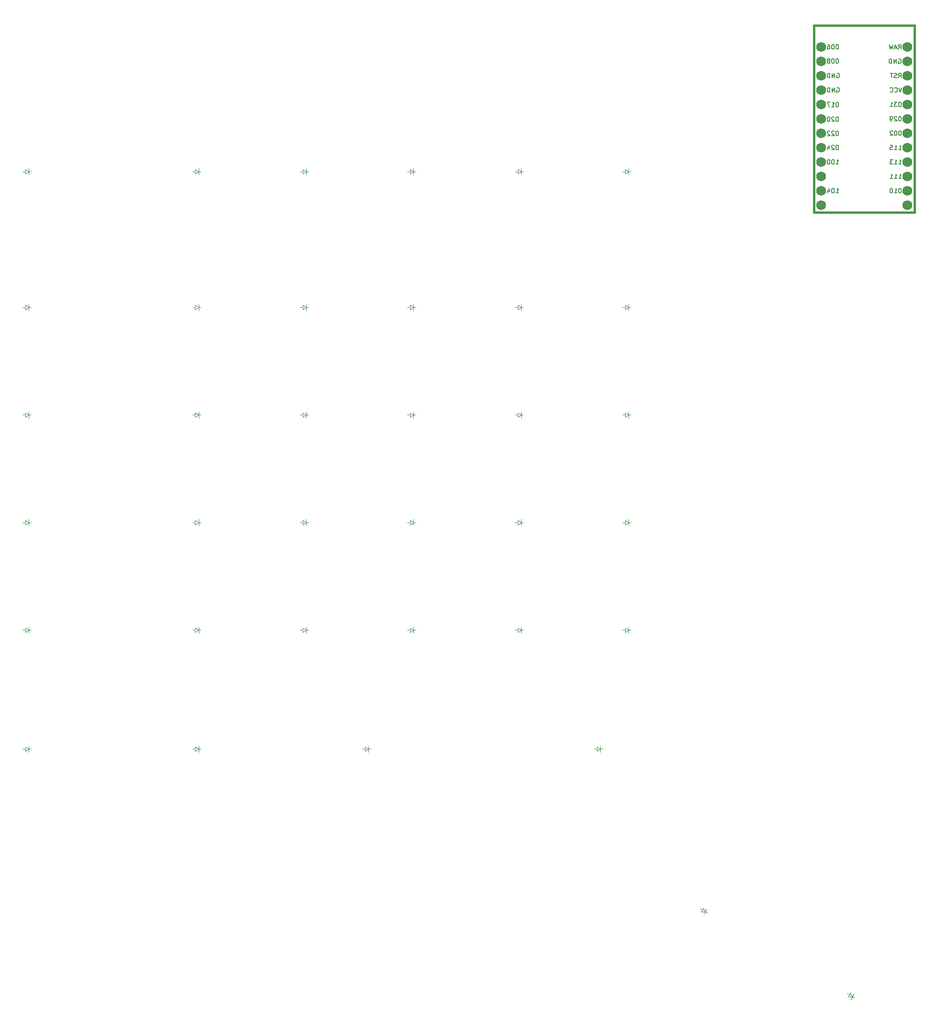
<source format=gbr>
%TF.GenerationSoftware,KiCad,Pcbnew,8.0.5*%
%TF.CreationDate,2024-10-12T19:47:22+02:00*%
%TF.ProjectId,finishedleftpcb,66696e69-7368-4656-946c-656674706362,v1.0.0*%
%TF.SameCoordinates,Original*%
%TF.FileFunction,Legend,Bot*%
%TF.FilePolarity,Positive*%
%FSLAX46Y46*%
G04 Gerber Fmt 4.6, Leading zero omitted, Abs format (unit mm)*
G04 Created by KiCad (PCBNEW 8.0.5) date 2024-10-12 19:47:22*
%MOMM*%
%LPD*%
G01*
G04 APERTURE LIST*
%ADD10C,0.150000*%
%ADD11C,0.100000*%
%ADD12C,0.381000*%
%ADD13C,1.752600*%
G04 APERTURE END LIST*
D10*
X228798791Y-61749763D02*
X228722601Y-61749763D01*
X228722601Y-61749763D02*
X228646410Y-61787858D01*
X228646410Y-61787858D02*
X228608315Y-61825953D01*
X228608315Y-61825953D02*
X228570220Y-61902144D01*
X228570220Y-61902144D02*
X228532125Y-62054525D01*
X228532125Y-62054525D02*
X228532125Y-62245001D01*
X228532125Y-62245001D02*
X228570220Y-62397382D01*
X228570220Y-62397382D02*
X228608315Y-62473572D01*
X228608315Y-62473572D02*
X228646410Y-62511668D01*
X228646410Y-62511668D02*
X228722601Y-62549763D01*
X228722601Y-62549763D02*
X228798791Y-62549763D01*
X228798791Y-62549763D02*
X228874982Y-62511668D01*
X228874982Y-62511668D02*
X228913077Y-62473572D01*
X228913077Y-62473572D02*
X228951172Y-62397382D01*
X228951172Y-62397382D02*
X228989268Y-62245001D01*
X228989268Y-62245001D02*
X228989268Y-62054525D01*
X228989268Y-62054525D02*
X228951172Y-61902144D01*
X228951172Y-61902144D02*
X228913077Y-61825953D01*
X228913077Y-61825953D02*
X228874982Y-61787858D01*
X228874982Y-61787858D02*
X228798791Y-61749763D01*
X228227363Y-61825953D02*
X228189267Y-61787858D01*
X228189267Y-61787858D02*
X228113077Y-61749763D01*
X228113077Y-61749763D02*
X227922601Y-61749763D01*
X227922601Y-61749763D02*
X227846410Y-61787858D01*
X227846410Y-61787858D02*
X227808315Y-61825953D01*
X227808315Y-61825953D02*
X227770220Y-61902144D01*
X227770220Y-61902144D02*
X227770220Y-61978334D01*
X227770220Y-61978334D02*
X227808315Y-62092620D01*
X227808315Y-62092620D02*
X228265458Y-62549763D01*
X228265458Y-62549763D02*
X227770220Y-62549763D01*
X227389267Y-62549763D02*
X227236886Y-62549763D01*
X227236886Y-62549763D02*
X227160696Y-62511668D01*
X227160696Y-62511668D02*
X227122600Y-62473572D01*
X227122600Y-62473572D02*
X227046410Y-62359287D01*
X227046410Y-62359287D02*
X227008315Y-62206906D01*
X227008315Y-62206906D02*
X227008315Y-61902144D01*
X227008315Y-61902144D02*
X227046410Y-61825953D01*
X227046410Y-61825953D02*
X227084505Y-61787858D01*
X227084505Y-61787858D02*
X227160696Y-61749763D01*
X227160696Y-61749763D02*
X227313077Y-61749763D01*
X227313077Y-61749763D02*
X227389267Y-61787858D01*
X227389267Y-61787858D02*
X227427362Y-61825953D01*
X227427362Y-61825953D02*
X227465458Y-61902144D01*
X227465458Y-61902144D02*
X227465458Y-62092620D01*
X227465458Y-62092620D02*
X227427362Y-62168810D01*
X227427362Y-62168810D02*
X227389267Y-62206906D01*
X227389267Y-62206906D02*
X227313077Y-62245001D01*
X227313077Y-62245001D02*
X227160696Y-62245001D01*
X227160696Y-62245001D02*
X227084505Y-62206906D01*
X227084505Y-62206906D02*
X227046410Y-62168810D01*
X227046410Y-62168810D02*
X227008315Y-62092620D01*
X228798791Y-59209763D02*
X228722601Y-59209763D01*
X228722601Y-59209763D02*
X228646410Y-59247858D01*
X228646410Y-59247858D02*
X228608315Y-59285953D01*
X228608315Y-59285953D02*
X228570220Y-59362144D01*
X228570220Y-59362144D02*
X228532125Y-59514525D01*
X228532125Y-59514525D02*
X228532125Y-59705001D01*
X228532125Y-59705001D02*
X228570220Y-59857382D01*
X228570220Y-59857382D02*
X228608315Y-59933572D01*
X228608315Y-59933572D02*
X228646410Y-59971668D01*
X228646410Y-59971668D02*
X228722601Y-60009763D01*
X228722601Y-60009763D02*
X228798791Y-60009763D01*
X228798791Y-60009763D02*
X228874982Y-59971668D01*
X228874982Y-59971668D02*
X228913077Y-59933572D01*
X228913077Y-59933572D02*
X228951172Y-59857382D01*
X228951172Y-59857382D02*
X228989268Y-59705001D01*
X228989268Y-59705001D02*
X228989268Y-59514525D01*
X228989268Y-59514525D02*
X228951172Y-59362144D01*
X228951172Y-59362144D02*
X228913077Y-59285953D01*
X228913077Y-59285953D02*
X228874982Y-59247858D01*
X228874982Y-59247858D02*
X228798791Y-59209763D01*
X228265458Y-59209763D02*
X227770220Y-59209763D01*
X227770220Y-59209763D02*
X228036886Y-59514525D01*
X228036886Y-59514525D02*
X227922601Y-59514525D01*
X227922601Y-59514525D02*
X227846410Y-59552620D01*
X227846410Y-59552620D02*
X227808315Y-59590715D01*
X227808315Y-59590715D02*
X227770220Y-59666906D01*
X227770220Y-59666906D02*
X227770220Y-59857382D01*
X227770220Y-59857382D02*
X227808315Y-59933572D01*
X227808315Y-59933572D02*
X227846410Y-59971668D01*
X227846410Y-59971668D02*
X227922601Y-60009763D01*
X227922601Y-60009763D02*
X228151172Y-60009763D01*
X228151172Y-60009763D02*
X228227363Y-59971668D01*
X228227363Y-59971668D02*
X228265458Y-59933572D01*
X227008315Y-60009763D02*
X227465458Y-60009763D01*
X227236886Y-60009763D02*
X227236886Y-59209763D01*
X227236886Y-59209763D02*
X227313077Y-59324048D01*
X227313077Y-59324048D02*
X227389267Y-59400239D01*
X227389267Y-59400239D02*
X227465458Y-59438334D01*
X217457744Y-75249763D02*
X217914887Y-75249763D01*
X217686315Y-75249763D02*
X217686315Y-74449763D01*
X217686315Y-74449763D02*
X217762506Y-74564048D01*
X217762506Y-74564048D02*
X217838696Y-74640239D01*
X217838696Y-74640239D02*
X217914887Y-74678334D01*
X216962505Y-74449763D02*
X216886315Y-74449763D01*
X216886315Y-74449763D02*
X216810124Y-74487858D01*
X216810124Y-74487858D02*
X216772029Y-74525953D01*
X216772029Y-74525953D02*
X216733934Y-74602144D01*
X216733934Y-74602144D02*
X216695839Y-74754525D01*
X216695839Y-74754525D02*
X216695839Y-74945001D01*
X216695839Y-74945001D02*
X216733934Y-75097382D01*
X216733934Y-75097382D02*
X216772029Y-75173572D01*
X216772029Y-75173572D02*
X216810124Y-75211668D01*
X216810124Y-75211668D02*
X216886315Y-75249763D01*
X216886315Y-75249763D02*
X216962505Y-75249763D01*
X216962505Y-75249763D02*
X217038696Y-75211668D01*
X217038696Y-75211668D02*
X217076791Y-75173572D01*
X217076791Y-75173572D02*
X217114886Y-75097382D01*
X217114886Y-75097382D02*
X217152982Y-74945001D01*
X217152982Y-74945001D02*
X217152982Y-74754525D01*
X217152982Y-74754525D02*
X217114886Y-74602144D01*
X217114886Y-74602144D02*
X217076791Y-74525953D01*
X217076791Y-74525953D02*
X217038696Y-74487858D01*
X217038696Y-74487858D02*
X216962505Y-74449763D01*
X216010124Y-74716429D02*
X216010124Y-75249763D01*
X216200600Y-74411668D02*
X216391077Y-74983096D01*
X216391077Y-74983096D02*
X215895838Y-74983096D01*
X228798791Y-64289763D02*
X228722601Y-64289763D01*
X228722601Y-64289763D02*
X228646410Y-64327858D01*
X228646410Y-64327858D02*
X228608315Y-64365953D01*
X228608315Y-64365953D02*
X228570220Y-64442144D01*
X228570220Y-64442144D02*
X228532125Y-64594525D01*
X228532125Y-64594525D02*
X228532125Y-64785001D01*
X228532125Y-64785001D02*
X228570220Y-64937382D01*
X228570220Y-64937382D02*
X228608315Y-65013572D01*
X228608315Y-65013572D02*
X228646410Y-65051668D01*
X228646410Y-65051668D02*
X228722601Y-65089763D01*
X228722601Y-65089763D02*
X228798791Y-65089763D01*
X228798791Y-65089763D02*
X228874982Y-65051668D01*
X228874982Y-65051668D02*
X228913077Y-65013572D01*
X228913077Y-65013572D02*
X228951172Y-64937382D01*
X228951172Y-64937382D02*
X228989268Y-64785001D01*
X228989268Y-64785001D02*
X228989268Y-64594525D01*
X228989268Y-64594525D02*
X228951172Y-64442144D01*
X228951172Y-64442144D02*
X228913077Y-64365953D01*
X228913077Y-64365953D02*
X228874982Y-64327858D01*
X228874982Y-64327858D02*
X228798791Y-64289763D01*
X228036886Y-64289763D02*
X227960696Y-64289763D01*
X227960696Y-64289763D02*
X227884505Y-64327858D01*
X227884505Y-64327858D02*
X227846410Y-64365953D01*
X227846410Y-64365953D02*
X227808315Y-64442144D01*
X227808315Y-64442144D02*
X227770220Y-64594525D01*
X227770220Y-64594525D02*
X227770220Y-64785001D01*
X227770220Y-64785001D02*
X227808315Y-64937382D01*
X227808315Y-64937382D02*
X227846410Y-65013572D01*
X227846410Y-65013572D02*
X227884505Y-65051668D01*
X227884505Y-65051668D02*
X227960696Y-65089763D01*
X227960696Y-65089763D02*
X228036886Y-65089763D01*
X228036886Y-65089763D02*
X228113077Y-65051668D01*
X228113077Y-65051668D02*
X228151172Y-65013572D01*
X228151172Y-65013572D02*
X228189267Y-64937382D01*
X228189267Y-64937382D02*
X228227363Y-64785001D01*
X228227363Y-64785001D02*
X228227363Y-64594525D01*
X228227363Y-64594525D02*
X228189267Y-64442144D01*
X228189267Y-64442144D02*
X228151172Y-64365953D01*
X228151172Y-64365953D02*
X228113077Y-64327858D01*
X228113077Y-64327858D02*
X228036886Y-64289763D01*
X227465458Y-64365953D02*
X227427362Y-64327858D01*
X227427362Y-64327858D02*
X227351172Y-64289763D01*
X227351172Y-64289763D02*
X227160696Y-64289763D01*
X227160696Y-64289763D02*
X227084505Y-64327858D01*
X227084505Y-64327858D02*
X227046410Y-64365953D01*
X227046410Y-64365953D02*
X227008315Y-64442144D01*
X227008315Y-64442144D02*
X227008315Y-64518334D01*
X227008315Y-64518334D02*
X227046410Y-64632620D01*
X227046410Y-64632620D02*
X227503553Y-65089763D01*
X227503553Y-65089763D02*
X227008315Y-65089763D01*
X217724410Y-51519763D02*
X217648220Y-51519763D01*
X217648220Y-51519763D02*
X217572029Y-51557858D01*
X217572029Y-51557858D02*
X217533934Y-51595953D01*
X217533934Y-51595953D02*
X217495839Y-51672144D01*
X217495839Y-51672144D02*
X217457744Y-51824525D01*
X217457744Y-51824525D02*
X217457744Y-52015001D01*
X217457744Y-52015001D02*
X217495839Y-52167382D01*
X217495839Y-52167382D02*
X217533934Y-52243572D01*
X217533934Y-52243572D02*
X217572029Y-52281668D01*
X217572029Y-52281668D02*
X217648220Y-52319763D01*
X217648220Y-52319763D02*
X217724410Y-52319763D01*
X217724410Y-52319763D02*
X217800601Y-52281668D01*
X217800601Y-52281668D02*
X217838696Y-52243572D01*
X217838696Y-52243572D02*
X217876791Y-52167382D01*
X217876791Y-52167382D02*
X217914887Y-52015001D01*
X217914887Y-52015001D02*
X217914887Y-51824525D01*
X217914887Y-51824525D02*
X217876791Y-51672144D01*
X217876791Y-51672144D02*
X217838696Y-51595953D01*
X217838696Y-51595953D02*
X217800601Y-51557858D01*
X217800601Y-51557858D02*
X217724410Y-51519763D01*
X216962505Y-51519763D02*
X216886315Y-51519763D01*
X216886315Y-51519763D02*
X216810124Y-51557858D01*
X216810124Y-51557858D02*
X216772029Y-51595953D01*
X216772029Y-51595953D02*
X216733934Y-51672144D01*
X216733934Y-51672144D02*
X216695839Y-51824525D01*
X216695839Y-51824525D02*
X216695839Y-52015001D01*
X216695839Y-52015001D02*
X216733934Y-52167382D01*
X216733934Y-52167382D02*
X216772029Y-52243572D01*
X216772029Y-52243572D02*
X216810124Y-52281668D01*
X216810124Y-52281668D02*
X216886315Y-52319763D01*
X216886315Y-52319763D02*
X216962505Y-52319763D01*
X216962505Y-52319763D02*
X217038696Y-52281668D01*
X217038696Y-52281668D02*
X217076791Y-52243572D01*
X217076791Y-52243572D02*
X217114886Y-52167382D01*
X217114886Y-52167382D02*
X217152982Y-52015001D01*
X217152982Y-52015001D02*
X217152982Y-51824525D01*
X217152982Y-51824525D02*
X217114886Y-51672144D01*
X217114886Y-51672144D02*
X217076791Y-51595953D01*
X217076791Y-51595953D02*
X217038696Y-51557858D01*
X217038696Y-51557858D02*
X216962505Y-51519763D01*
X216238696Y-51862620D02*
X216314886Y-51824525D01*
X216314886Y-51824525D02*
X216352981Y-51786429D01*
X216352981Y-51786429D02*
X216391077Y-51710239D01*
X216391077Y-51710239D02*
X216391077Y-51672144D01*
X216391077Y-51672144D02*
X216352981Y-51595953D01*
X216352981Y-51595953D02*
X216314886Y-51557858D01*
X216314886Y-51557858D02*
X216238696Y-51519763D01*
X216238696Y-51519763D02*
X216086315Y-51519763D01*
X216086315Y-51519763D02*
X216010124Y-51557858D01*
X216010124Y-51557858D02*
X215972029Y-51595953D01*
X215972029Y-51595953D02*
X215933934Y-51672144D01*
X215933934Y-51672144D02*
X215933934Y-51710239D01*
X215933934Y-51710239D02*
X215972029Y-51786429D01*
X215972029Y-51786429D02*
X216010124Y-51824525D01*
X216010124Y-51824525D02*
X216086315Y-51862620D01*
X216086315Y-51862620D02*
X216238696Y-51862620D01*
X216238696Y-51862620D02*
X216314886Y-51900715D01*
X216314886Y-51900715D02*
X216352981Y-51938810D01*
X216352981Y-51938810D02*
X216391077Y-52015001D01*
X216391077Y-52015001D02*
X216391077Y-52167382D01*
X216391077Y-52167382D02*
X216352981Y-52243572D01*
X216352981Y-52243572D02*
X216314886Y-52281668D01*
X216314886Y-52281668D02*
X216238696Y-52319763D01*
X216238696Y-52319763D02*
X216086315Y-52319763D01*
X216086315Y-52319763D02*
X216010124Y-52281668D01*
X216010124Y-52281668D02*
X215972029Y-52243572D01*
X215972029Y-52243572D02*
X215933934Y-52167382D01*
X215933934Y-52167382D02*
X215933934Y-52015001D01*
X215933934Y-52015001D02*
X215972029Y-51938810D01*
X215972029Y-51938810D02*
X216010124Y-51900715D01*
X216010124Y-51900715D02*
X216086315Y-51862620D01*
X228532125Y-70169763D02*
X228989268Y-70169763D01*
X228760696Y-70169763D02*
X228760696Y-69369763D01*
X228760696Y-69369763D02*
X228836887Y-69484048D01*
X228836887Y-69484048D02*
X228913077Y-69560239D01*
X228913077Y-69560239D02*
X228989268Y-69598334D01*
X227770220Y-70169763D02*
X228227363Y-70169763D01*
X227998791Y-70169763D02*
X227998791Y-69369763D01*
X227998791Y-69369763D02*
X228074982Y-69484048D01*
X228074982Y-69484048D02*
X228151172Y-69560239D01*
X228151172Y-69560239D02*
X228227363Y-69598334D01*
X227503553Y-69369763D02*
X227008315Y-69369763D01*
X227008315Y-69369763D02*
X227274981Y-69674525D01*
X227274981Y-69674525D02*
X227160696Y-69674525D01*
X227160696Y-69674525D02*
X227084505Y-69712620D01*
X227084505Y-69712620D02*
X227046410Y-69750715D01*
X227046410Y-69750715D02*
X227008315Y-69826906D01*
X227008315Y-69826906D02*
X227008315Y-70017382D01*
X227008315Y-70017382D02*
X227046410Y-70093572D01*
X227046410Y-70093572D02*
X227084505Y-70131668D01*
X227084505Y-70131668D02*
X227160696Y-70169763D01*
X227160696Y-70169763D02*
X227389267Y-70169763D01*
X227389267Y-70169763D02*
X227465458Y-70131668D01*
X227465458Y-70131668D02*
X227503553Y-70093572D01*
X217724410Y-66829763D02*
X217648220Y-66829763D01*
X217648220Y-66829763D02*
X217572029Y-66867858D01*
X217572029Y-66867858D02*
X217533934Y-66905953D01*
X217533934Y-66905953D02*
X217495839Y-66982144D01*
X217495839Y-66982144D02*
X217457744Y-67134525D01*
X217457744Y-67134525D02*
X217457744Y-67325001D01*
X217457744Y-67325001D02*
X217495839Y-67477382D01*
X217495839Y-67477382D02*
X217533934Y-67553572D01*
X217533934Y-67553572D02*
X217572029Y-67591668D01*
X217572029Y-67591668D02*
X217648220Y-67629763D01*
X217648220Y-67629763D02*
X217724410Y-67629763D01*
X217724410Y-67629763D02*
X217800601Y-67591668D01*
X217800601Y-67591668D02*
X217838696Y-67553572D01*
X217838696Y-67553572D02*
X217876791Y-67477382D01*
X217876791Y-67477382D02*
X217914887Y-67325001D01*
X217914887Y-67325001D02*
X217914887Y-67134525D01*
X217914887Y-67134525D02*
X217876791Y-66982144D01*
X217876791Y-66982144D02*
X217838696Y-66905953D01*
X217838696Y-66905953D02*
X217800601Y-66867858D01*
X217800601Y-66867858D02*
X217724410Y-66829763D01*
X217152982Y-66905953D02*
X217114886Y-66867858D01*
X217114886Y-66867858D02*
X217038696Y-66829763D01*
X217038696Y-66829763D02*
X216848220Y-66829763D01*
X216848220Y-66829763D02*
X216772029Y-66867858D01*
X216772029Y-66867858D02*
X216733934Y-66905953D01*
X216733934Y-66905953D02*
X216695839Y-66982144D01*
X216695839Y-66982144D02*
X216695839Y-67058334D01*
X216695839Y-67058334D02*
X216733934Y-67172620D01*
X216733934Y-67172620D02*
X217191077Y-67629763D01*
X217191077Y-67629763D02*
X216695839Y-67629763D01*
X216010124Y-67096429D02*
X216010124Y-67629763D01*
X216200600Y-66791668D02*
X216391077Y-67363096D01*
X216391077Y-67363096D02*
X215895838Y-67363096D01*
X217457744Y-70169763D02*
X217914887Y-70169763D01*
X217686315Y-70169763D02*
X217686315Y-69369763D01*
X217686315Y-69369763D02*
X217762506Y-69484048D01*
X217762506Y-69484048D02*
X217838696Y-69560239D01*
X217838696Y-69560239D02*
X217914887Y-69598334D01*
X216962505Y-69369763D02*
X216886315Y-69369763D01*
X216886315Y-69369763D02*
X216810124Y-69407858D01*
X216810124Y-69407858D02*
X216772029Y-69445953D01*
X216772029Y-69445953D02*
X216733934Y-69522144D01*
X216733934Y-69522144D02*
X216695839Y-69674525D01*
X216695839Y-69674525D02*
X216695839Y-69865001D01*
X216695839Y-69865001D02*
X216733934Y-70017382D01*
X216733934Y-70017382D02*
X216772029Y-70093572D01*
X216772029Y-70093572D02*
X216810124Y-70131668D01*
X216810124Y-70131668D02*
X216886315Y-70169763D01*
X216886315Y-70169763D02*
X216962505Y-70169763D01*
X216962505Y-70169763D02*
X217038696Y-70131668D01*
X217038696Y-70131668D02*
X217076791Y-70093572D01*
X217076791Y-70093572D02*
X217114886Y-70017382D01*
X217114886Y-70017382D02*
X217152982Y-69865001D01*
X217152982Y-69865001D02*
X217152982Y-69674525D01*
X217152982Y-69674525D02*
X217114886Y-69522144D01*
X217114886Y-69522144D02*
X217076791Y-69445953D01*
X217076791Y-69445953D02*
X217038696Y-69407858D01*
X217038696Y-69407858D02*
X216962505Y-69369763D01*
X216200600Y-69369763D02*
X216124410Y-69369763D01*
X216124410Y-69369763D02*
X216048219Y-69407858D01*
X216048219Y-69407858D02*
X216010124Y-69445953D01*
X216010124Y-69445953D02*
X215972029Y-69522144D01*
X215972029Y-69522144D02*
X215933934Y-69674525D01*
X215933934Y-69674525D02*
X215933934Y-69865001D01*
X215933934Y-69865001D02*
X215972029Y-70017382D01*
X215972029Y-70017382D02*
X216010124Y-70093572D01*
X216010124Y-70093572D02*
X216048219Y-70131668D01*
X216048219Y-70131668D02*
X216124410Y-70169763D01*
X216124410Y-70169763D02*
X216200600Y-70169763D01*
X216200600Y-70169763D02*
X216276791Y-70131668D01*
X216276791Y-70131668D02*
X216314886Y-70093572D01*
X216314886Y-70093572D02*
X216352981Y-70017382D01*
X216352981Y-70017382D02*
X216391077Y-69865001D01*
X216391077Y-69865001D02*
X216391077Y-69674525D01*
X216391077Y-69674525D02*
X216352981Y-69522144D01*
X216352981Y-69522144D02*
X216314886Y-69445953D01*
X216314886Y-69445953D02*
X216276791Y-69407858D01*
X216276791Y-69407858D02*
X216200600Y-69369763D01*
X228798791Y-74449763D02*
X228722601Y-74449763D01*
X228722601Y-74449763D02*
X228646410Y-74487858D01*
X228646410Y-74487858D02*
X228608315Y-74525953D01*
X228608315Y-74525953D02*
X228570220Y-74602144D01*
X228570220Y-74602144D02*
X228532125Y-74754525D01*
X228532125Y-74754525D02*
X228532125Y-74945001D01*
X228532125Y-74945001D02*
X228570220Y-75097382D01*
X228570220Y-75097382D02*
X228608315Y-75173572D01*
X228608315Y-75173572D02*
X228646410Y-75211668D01*
X228646410Y-75211668D02*
X228722601Y-75249763D01*
X228722601Y-75249763D02*
X228798791Y-75249763D01*
X228798791Y-75249763D02*
X228874982Y-75211668D01*
X228874982Y-75211668D02*
X228913077Y-75173572D01*
X228913077Y-75173572D02*
X228951172Y-75097382D01*
X228951172Y-75097382D02*
X228989268Y-74945001D01*
X228989268Y-74945001D02*
X228989268Y-74754525D01*
X228989268Y-74754525D02*
X228951172Y-74602144D01*
X228951172Y-74602144D02*
X228913077Y-74525953D01*
X228913077Y-74525953D02*
X228874982Y-74487858D01*
X228874982Y-74487858D02*
X228798791Y-74449763D01*
X227770220Y-75249763D02*
X228227363Y-75249763D01*
X227998791Y-75249763D02*
X227998791Y-74449763D01*
X227998791Y-74449763D02*
X228074982Y-74564048D01*
X228074982Y-74564048D02*
X228151172Y-74640239D01*
X228151172Y-74640239D02*
X228227363Y-74678334D01*
X227274981Y-74449763D02*
X227198791Y-74449763D01*
X227198791Y-74449763D02*
X227122600Y-74487858D01*
X227122600Y-74487858D02*
X227084505Y-74525953D01*
X227084505Y-74525953D02*
X227046410Y-74602144D01*
X227046410Y-74602144D02*
X227008315Y-74754525D01*
X227008315Y-74754525D02*
X227008315Y-74945001D01*
X227008315Y-74945001D02*
X227046410Y-75097382D01*
X227046410Y-75097382D02*
X227084505Y-75173572D01*
X227084505Y-75173572D02*
X227122600Y-75211668D01*
X227122600Y-75211668D02*
X227198791Y-75249763D01*
X227198791Y-75249763D02*
X227274981Y-75249763D01*
X227274981Y-75249763D02*
X227351172Y-75211668D01*
X227351172Y-75211668D02*
X227389267Y-75173572D01*
X227389267Y-75173572D02*
X227427362Y-75097382D01*
X227427362Y-75097382D02*
X227465458Y-74945001D01*
X227465458Y-74945001D02*
X227465458Y-74754525D01*
X227465458Y-74754525D02*
X227427362Y-74602144D01*
X227427362Y-74602144D02*
X227389267Y-74525953D01*
X227389267Y-74525953D02*
X227351172Y-74487858D01*
X227351172Y-74487858D02*
X227274981Y-74449763D01*
X217724410Y-59219763D02*
X217648220Y-59219763D01*
X217648220Y-59219763D02*
X217572029Y-59257858D01*
X217572029Y-59257858D02*
X217533934Y-59295953D01*
X217533934Y-59295953D02*
X217495839Y-59372144D01*
X217495839Y-59372144D02*
X217457744Y-59524525D01*
X217457744Y-59524525D02*
X217457744Y-59715001D01*
X217457744Y-59715001D02*
X217495839Y-59867382D01*
X217495839Y-59867382D02*
X217533934Y-59943572D01*
X217533934Y-59943572D02*
X217572029Y-59981668D01*
X217572029Y-59981668D02*
X217648220Y-60019763D01*
X217648220Y-60019763D02*
X217724410Y-60019763D01*
X217724410Y-60019763D02*
X217800601Y-59981668D01*
X217800601Y-59981668D02*
X217838696Y-59943572D01*
X217838696Y-59943572D02*
X217876791Y-59867382D01*
X217876791Y-59867382D02*
X217914887Y-59715001D01*
X217914887Y-59715001D02*
X217914887Y-59524525D01*
X217914887Y-59524525D02*
X217876791Y-59372144D01*
X217876791Y-59372144D02*
X217838696Y-59295953D01*
X217838696Y-59295953D02*
X217800601Y-59257858D01*
X217800601Y-59257858D02*
X217724410Y-59219763D01*
X216695839Y-60019763D02*
X217152982Y-60019763D01*
X216924410Y-60019763D02*
X216924410Y-59219763D01*
X216924410Y-59219763D02*
X217000601Y-59334048D01*
X217000601Y-59334048D02*
X217076791Y-59410239D01*
X217076791Y-59410239D02*
X217152982Y-59448334D01*
X216429172Y-59219763D02*
X215895838Y-59219763D01*
X215895838Y-59219763D02*
X216238696Y-60019763D01*
X217724410Y-64319763D02*
X217648220Y-64319763D01*
X217648220Y-64319763D02*
X217572029Y-64357858D01*
X217572029Y-64357858D02*
X217533934Y-64395953D01*
X217533934Y-64395953D02*
X217495839Y-64472144D01*
X217495839Y-64472144D02*
X217457744Y-64624525D01*
X217457744Y-64624525D02*
X217457744Y-64815001D01*
X217457744Y-64815001D02*
X217495839Y-64967382D01*
X217495839Y-64967382D02*
X217533934Y-65043572D01*
X217533934Y-65043572D02*
X217572029Y-65081668D01*
X217572029Y-65081668D02*
X217648220Y-65119763D01*
X217648220Y-65119763D02*
X217724410Y-65119763D01*
X217724410Y-65119763D02*
X217800601Y-65081668D01*
X217800601Y-65081668D02*
X217838696Y-65043572D01*
X217838696Y-65043572D02*
X217876791Y-64967382D01*
X217876791Y-64967382D02*
X217914887Y-64815001D01*
X217914887Y-64815001D02*
X217914887Y-64624525D01*
X217914887Y-64624525D02*
X217876791Y-64472144D01*
X217876791Y-64472144D02*
X217838696Y-64395953D01*
X217838696Y-64395953D02*
X217800601Y-64357858D01*
X217800601Y-64357858D02*
X217724410Y-64319763D01*
X217152982Y-64395953D02*
X217114886Y-64357858D01*
X217114886Y-64357858D02*
X217038696Y-64319763D01*
X217038696Y-64319763D02*
X216848220Y-64319763D01*
X216848220Y-64319763D02*
X216772029Y-64357858D01*
X216772029Y-64357858D02*
X216733934Y-64395953D01*
X216733934Y-64395953D02*
X216695839Y-64472144D01*
X216695839Y-64472144D02*
X216695839Y-64548334D01*
X216695839Y-64548334D02*
X216733934Y-64662620D01*
X216733934Y-64662620D02*
X217191077Y-65119763D01*
X217191077Y-65119763D02*
X216695839Y-65119763D01*
X216391077Y-64395953D02*
X216352981Y-64357858D01*
X216352981Y-64357858D02*
X216276791Y-64319763D01*
X216276791Y-64319763D02*
X216086315Y-64319763D01*
X216086315Y-64319763D02*
X216010124Y-64357858D01*
X216010124Y-64357858D02*
X215972029Y-64395953D01*
X215972029Y-64395953D02*
X215933934Y-64472144D01*
X215933934Y-64472144D02*
X215933934Y-64548334D01*
X215933934Y-64548334D02*
X215972029Y-64662620D01*
X215972029Y-64662620D02*
X216429172Y-65119763D01*
X216429172Y-65119763D02*
X215933934Y-65119763D01*
X217610124Y-54167858D02*
X217686314Y-54129763D01*
X217686314Y-54129763D02*
X217800600Y-54129763D01*
X217800600Y-54129763D02*
X217914886Y-54167858D01*
X217914886Y-54167858D02*
X217991076Y-54244048D01*
X217991076Y-54244048D02*
X218029171Y-54320239D01*
X218029171Y-54320239D02*
X218067267Y-54472620D01*
X218067267Y-54472620D02*
X218067267Y-54586906D01*
X218067267Y-54586906D02*
X218029171Y-54739287D01*
X218029171Y-54739287D02*
X217991076Y-54815477D01*
X217991076Y-54815477D02*
X217914886Y-54891668D01*
X217914886Y-54891668D02*
X217800600Y-54929763D01*
X217800600Y-54929763D02*
X217724409Y-54929763D01*
X217724409Y-54929763D02*
X217610124Y-54891668D01*
X217610124Y-54891668D02*
X217572028Y-54853572D01*
X217572028Y-54853572D02*
X217572028Y-54586906D01*
X217572028Y-54586906D02*
X217724409Y-54586906D01*
X217229171Y-54929763D02*
X217229171Y-54129763D01*
X217229171Y-54129763D02*
X216772028Y-54929763D01*
X216772028Y-54929763D02*
X216772028Y-54129763D01*
X216391076Y-54929763D02*
X216391076Y-54129763D01*
X216391076Y-54129763D02*
X216200600Y-54129763D01*
X216200600Y-54129763D02*
X216086314Y-54167858D01*
X216086314Y-54167858D02*
X216010124Y-54244048D01*
X216010124Y-54244048D02*
X215972029Y-54320239D01*
X215972029Y-54320239D02*
X215933933Y-54472620D01*
X215933933Y-54472620D02*
X215933933Y-54586906D01*
X215933933Y-54586906D02*
X215972029Y-54739287D01*
X215972029Y-54739287D02*
X216010124Y-54815477D01*
X216010124Y-54815477D02*
X216086314Y-54891668D01*
X216086314Y-54891668D02*
X216200600Y-54929763D01*
X216200600Y-54929763D02*
X216391076Y-54929763D01*
X228532125Y-67629763D02*
X228989268Y-67629763D01*
X228760696Y-67629763D02*
X228760696Y-66829763D01*
X228760696Y-66829763D02*
X228836887Y-66944048D01*
X228836887Y-66944048D02*
X228913077Y-67020239D01*
X228913077Y-67020239D02*
X228989268Y-67058334D01*
X227770220Y-67629763D02*
X228227363Y-67629763D01*
X227998791Y-67629763D02*
X227998791Y-66829763D01*
X227998791Y-66829763D02*
X228074982Y-66944048D01*
X228074982Y-66944048D02*
X228151172Y-67020239D01*
X228151172Y-67020239D02*
X228227363Y-67058334D01*
X227046410Y-66829763D02*
X227427362Y-66829763D01*
X227427362Y-66829763D02*
X227465458Y-67210715D01*
X227465458Y-67210715D02*
X227427362Y-67172620D01*
X227427362Y-67172620D02*
X227351172Y-67134525D01*
X227351172Y-67134525D02*
X227160696Y-67134525D01*
X227160696Y-67134525D02*
X227084505Y-67172620D01*
X227084505Y-67172620D02*
X227046410Y-67210715D01*
X227046410Y-67210715D02*
X227008315Y-67286906D01*
X227008315Y-67286906D02*
X227008315Y-67477382D01*
X227008315Y-67477382D02*
X227046410Y-67553572D01*
X227046410Y-67553572D02*
X227084505Y-67591668D01*
X227084505Y-67591668D02*
X227160696Y-67629763D01*
X227160696Y-67629763D02*
X227351172Y-67629763D01*
X227351172Y-67629763D02*
X227427362Y-67591668D01*
X227427362Y-67591668D02*
X227465458Y-67553572D01*
X229065458Y-56669763D02*
X228798791Y-57469763D01*
X228798791Y-57469763D02*
X228532125Y-56669763D01*
X227808315Y-57393572D02*
X227846411Y-57431668D01*
X227846411Y-57431668D02*
X227960696Y-57469763D01*
X227960696Y-57469763D02*
X228036887Y-57469763D01*
X228036887Y-57469763D02*
X228151173Y-57431668D01*
X228151173Y-57431668D02*
X228227363Y-57355477D01*
X228227363Y-57355477D02*
X228265458Y-57279287D01*
X228265458Y-57279287D02*
X228303554Y-57126906D01*
X228303554Y-57126906D02*
X228303554Y-57012620D01*
X228303554Y-57012620D02*
X228265458Y-56860239D01*
X228265458Y-56860239D02*
X228227363Y-56784048D01*
X228227363Y-56784048D02*
X228151173Y-56707858D01*
X228151173Y-56707858D02*
X228036887Y-56669763D01*
X228036887Y-56669763D02*
X227960696Y-56669763D01*
X227960696Y-56669763D02*
X227846411Y-56707858D01*
X227846411Y-56707858D02*
X227808315Y-56745953D01*
X227008315Y-57393572D02*
X227046411Y-57431668D01*
X227046411Y-57431668D02*
X227160696Y-57469763D01*
X227160696Y-57469763D02*
X227236887Y-57469763D01*
X227236887Y-57469763D02*
X227351173Y-57431668D01*
X227351173Y-57431668D02*
X227427363Y-57355477D01*
X227427363Y-57355477D02*
X227465458Y-57279287D01*
X227465458Y-57279287D02*
X227503554Y-57126906D01*
X227503554Y-57126906D02*
X227503554Y-57012620D01*
X227503554Y-57012620D02*
X227465458Y-56860239D01*
X227465458Y-56860239D02*
X227427363Y-56784048D01*
X227427363Y-56784048D02*
X227351173Y-56707858D01*
X227351173Y-56707858D02*
X227236887Y-56669763D01*
X227236887Y-56669763D02*
X227160696Y-56669763D01*
X227160696Y-56669763D02*
X227046411Y-56707858D01*
X227046411Y-56707858D02*
X227008315Y-56745953D01*
X228487696Y-49849763D02*
X228754363Y-49468810D01*
X228944839Y-49849763D02*
X228944839Y-49049763D01*
X228944839Y-49049763D02*
X228640077Y-49049763D01*
X228640077Y-49049763D02*
X228563887Y-49087858D01*
X228563887Y-49087858D02*
X228525792Y-49125953D01*
X228525792Y-49125953D02*
X228487696Y-49202144D01*
X228487696Y-49202144D02*
X228487696Y-49316429D01*
X228487696Y-49316429D02*
X228525792Y-49392620D01*
X228525792Y-49392620D02*
X228563887Y-49430715D01*
X228563887Y-49430715D02*
X228640077Y-49468810D01*
X228640077Y-49468810D02*
X228944839Y-49468810D01*
X228182935Y-49621191D02*
X227801982Y-49621191D01*
X228259125Y-49849763D02*
X227992458Y-49049763D01*
X227992458Y-49049763D02*
X227725792Y-49849763D01*
X227535316Y-49049763D02*
X227344840Y-49849763D01*
X227344840Y-49849763D02*
X227192459Y-49278334D01*
X227192459Y-49278334D02*
X227040078Y-49849763D01*
X227040078Y-49849763D02*
X226849602Y-49049763D01*
X217610124Y-56707858D02*
X217686314Y-56669763D01*
X217686314Y-56669763D02*
X217800600Y-56669763D01*
X217800600Y-56669763D02*
X217914886Y-56707858D01*
X217914886Y-56707858D02*
X217991076Y-56784048D01*
X217991076Y-56784048D02*
X218029171Y-56860239D01*
X218029171Y-56860239D02*
X218067267Y-57012620D01*
X218067267Y-57012620D02*
X218067267Y-57126906D01*
X218067267Y-57126906D02*
X218029171Y-57279287D01*
X218029171Y-57279287D02*
X217991076Y-57355477D01*
X217991076Y-57355477D02*
X217914886Y-57431668D01*
X217914886Y-57431668D02*
X217800600Y-57469763D01*
X217800600Y-57469763D02*
X217724409Y-57469763D01*
X217724409Y-57469763D02*
X217610124Y-57431668D01*
X217610124Y-57431668D02*
X217572028Y-57393572D01*
X217572028Y-57393572D02*
X217572028Y-57126906D01*
X217572028Y-57126906D02*
X217724409Y-57126906D01*
X217229171Y-57469763D02*
X217229171Y-56669763D01*
X217229171Y-56669763D02*
X216772028Y-57469763D01*
X216772028Y-57469763D02*
X216772028Y-56669763D01*
X216391076Y-57469763D02*
X216391076Y-56669763D01*
X216391076Y-56669763D02*
X216200600Y-56669763D01*
X216200600Y-56669763D02*
X216086314Y-56707858D01*
X216086314Y-56707858D02*
X216010124Y-56784048D01*
X216010124Y-56784048D02*
X215972029Y-56860239D01*
X215972029Y-56860239D02*
X215933933Y-57012620D01*
X215933933Y-57012620D02*
X215933933Y-57126906D01*
X215933933Y-57126906D02*
X215972029Y-57279287D01*
X215972029Y-57279287D02*
X216010124Y-57355477D01*
X216010124Y-57355477D02*
X216086314Y-57431668D01*
X216086314Y-57431668D02*
X216200600Y-57469763D01*
X216200600Y-57469763D02*
X216391076Y-57469763D01*
X228532125Y-72709763D02*
X228989268Y-72709763D01*
X228760696Y-72709763D02*
X228760696Y-71909763D01*
X228760696Y-71909763D02*
X228836887Y-72024048D01*
X228836887Y-72024048D02*
X228913077Y-72100239D01*
X228913077Y-72100239D02*
X228989268Y-72138334D01*
X227770220Y-72709763D02*
X228227363Y-72709763D01*
X227998791Y-72709763D02*
X227998791Y-71909763D01*
X227998791Y-71909763D02*
X228074982Y-72024048D01*
X228074982Y-72024048D02*
X228151172Y-72100239D01*
X228151172Y-72100239D02*
X228227363Y-72138334D01*
X227008315Y-72709763D02*
X227465458Y-72709763D01*
X227236886Y-72709763D02*
X227236886Y-71909763D01*
X227236886Y-71909763D02*
X227313077Y-72024048D01*
X227313077Y-72024048D02*
X227389267Y-72100239D01*
X227389267Y-72100239D02*
X227465458Y-72138334D01*
X228525791Y-51627858D02*
X228601981Y-51589763D01*
X228601981Y-51589763D02*
X228716267Y-51589763D01*
X228716267Y-51589763D02*
X228830553Y-51627858D01*
X228830553Y-51627858D02*
X228906743Y-51704048D01*
X228906743Y-51704048D02*
X228944838Y-51780239D01*
X228944838Y-51780239D02*
X228982934Y-51932620D01*
X228982934Y-51932620D02*
X228982934Y-52046906D01*
X228982934Y-52046906D02*
X228944838Y-52199287D01*
X228944838Y-52199287D02*
X228906743Y-52275477D01*
X228906743Y-52275477D02*
X228830553Y-52351668D01*
X228830553Y-52351668D02*
X228716267Y-52389763D01*
X228716267Y-52389763D02*
X228640076Y-52389763D01*
X228640076Y-52389763D02*
X228525791Y-52351668D01*
X228525791Y-52351668D02*
X228487695Y-52313572D01*
X228487695Y-52313572D02*
X228487695Y-52046906D01*
X228487695Y-52046906D02*
X228640076Y-52046906D01*
X228144838Y-52389763D02*
X228144838Y-51589763D01*
X228144838Y-51589763D02*
X227687695Y-52389763D01*
X227687695Y-52389763D02*
X227687695Y-51589763D01*
X227306743Y-52389763D02*
X227306743Y-51589763D01*
X227306743Y-51589763D02*
X227116267Y-51589763D01*
X227116267Y-51589763D02*
X227001981Y-51627858D01*
X227001981Y-51627858D02*
X226925791Y-51704048D01*
X226925791Y-51704048D02*
X226887696Y-51780239D01*
X226887696Y-51780239D02*
X226849600Y-51932620D01*
X226849600Y-51932620D02*
X226849600Y-52046906D01*
X226849600Y-52046906D02*
X226887696Y-52199287D01*
X226887696Y-52199287D02*
X226925791Y-52275477D01*
X226925791Y-52275477D02*
X227001981Y-52351668D01*
X227001981Y-52351668D02*
X227116267Y-52389763D01*
X227116267Y-52389763D02*
X227306743Y-52389763D01*
X217724410Y-49049763D02*
X217648220Y-49049763D01*
X217648220Y-49049763D02*
X217572029Y-49087858D01*
X217572029Y-49087858D02*
X217533934Y-49125953D01*
X217533934Y-49125953D02*
X217495839Y-49202144D01*
X217495839Y-49202144D02*
X217457744Y-49354525D01*
X217457744Y-49354525D02*
X217457744Y-49545001D01*
X217457744Y-49545001D02*
X217495839Y-49697382D01*
X217495839Y-49697382D02*
X217533934Y-49773572D01*
X217533934Y-49773572D02*
X217572029Y-49811668D01*
X217572029Y-49811668D02*
X217648220Y-49849763D01*
X217648220Y-49849763D02*
X217724410Y-49849763D01*
X217724410Y-49849763D02*
X217800601Y-49811668D01*
X217800601Y-49811668D02*
X217838696Y-49773572D01*
X217838696Y-49773572D02*
X217876791Y-49697382D01*
X217876791Y-49697382D02*
X217914887Y-49545001D01*
X217914887Y-49545001D02*
X217914887Y-49354525D01*
X217914887Y-49354525D02*
X217876791Y-49202144D01*
X217876791Y-49202144D02*
X217838696Y-49125953D01*
X217838696Y-49125953D02*
X217800601Y-49087858D01*
X217800601Y-49087858D02*
X217724410Y-49049763D01*
X216962505Y-49049763D02*
X216886315Y-49049763D01*
X216886315Y-49049763D02*
X216810124Y-49087858D01*
X216810124Y-49087858D02*
X216772029Y-49125953D01*
X216772029Y-49125953D02*
X216733934Y-49202144D01*
X216733934Y-49202144D02*
X216695839Y-49354525D01*
X216695839Y-49354525D02*
X216695839Y-49545001D01*
X216695839Y-49545001D02*
X216733934Y-49697382D01*
X216733934Y-49697382D02*
X216772029Y-49773572D01*
X216772029Y-49773572D02*
X216810124Y-49811668D01*
X216810124Y-49811668D02*
X216886315Y-49849763D01*
X216886315Y-49849763D02*
X216962505Y-49849763D01*
X216962505Y-49849763D02*
X217038696Y-49811668D01*
X217038696Y-49811668D02*
X217076791Y-49773572D01*
X217076791Y-49773572D02*
X217114886Y-49697382D01*
X217114886Y-49697382D02*
X217152982Y-49545001D01*
X217152982Y-49545001D02*
X217152982Y-49354525D01*
X217152982Y-49354525D02*
X217114886Y-49202144D01*
X217114886Y-49202144D02*
X217076791Y-49125953D01*
X217076791Y-49125953D02*
X217038696Y-49087858D01*
X217038696Y-49087858D02*
X216962505Y-49049763D01*
X216010124Y-49049763D02*
X216162505Y-49049763D01*
X216162505Y-49049763D02*
X216238696Y-49087858D01*
X216238696Y-49087858D02*
X216276791Y-49125953D01*
X216276791Y-49125953D02*
X216352981Y-49240239D01*
X216352981Y-49240239D02*
X216391077Y-49392620D01*
X216391077Y-49392620D02*
X216391077Y-49697382D01*
X216391077Y-49697382D02*
X216352981Y-49773572D01*
X216352981Y-49773572D02*
X216314886Y-49811668D01*
X216314886Y-49811668D02*
X216238696Y-49849763D01*
X216238696Y-49849763D02*
X216086315Y-49849763D01*
X216086315Y-49849763D02*
X216010124Y-49811668D01*
X216010124Y-49811668D02*
X215972029Y-49773572D01*
X215972029Y-49773572D02*
X215933934Y-49697382D01*
X215933934Y-49697382D02*
X215933934Y-49506906D01*
X215933934Y-49506906D02*
X215972029Y-49430715D01*
X215972029Y-49430715D02*
X216010124Y-49392620D01*
X216010124Y-49392620D02*
X216086315Y-49354525D01*
X216086315Y-49354525D02*
X216238696Y-49354525D01*
X216238696Y-49354525D02*
X216314886Y-49392620D01*
X216314886Y-49392620D02*
X216352981Y-49430715D01*
X216352981Y-49430715D02*
X216391077Y-49506906D01*
X228487695Y-54929763D02*
X228754362Y-54548810D01*
X228944838Y-54929763D02*
X228944838Y-54129763D01*
X228944838Y-54129763D02*
X228640076Y-54129763D01*
X228640076Y-54129763D02*
X228563886Y-54167858D01*
X228563886Y-54167858D02*
X228525791Y-54205953D01*
X228525791Y-54205953D02*
X228487695Y-54282144D01*
X228487695Y-54282144D02*
X228487695Y-54396429D01*
X228487695Y-54396429D02*
X228525791Y-54472620D01*
X228525791Y-54472620D02*
X228563886Y-54510715D01*
X228563886Y-54510715D02*
X228640076Y-54548810D01*
X228640076Y-54548810D02*
X228944838Y-54548810D01*
X228182934Y-54891668D02*
X228068648Y-54929763D01*
X228068648Y-54929763D02*
X227878172Y-54929763D01*
X227878172Y-54929763D02*
X227801981Y-54891668D01*
X227801981Y-54891668D02*
X227763886Y-54853572D01*
X227763886Y-54853572D02*
X227725791Y-54777382D01*
X227725791Y-54777382D02*
X227725791Y-54701191D01*
X227725791Y-54701191D02*
X227763886Y-54625001D01*
X227763886Y-54625001D02*
X227801981Y-54586906D01*
X227801981Y-54586906D02*
X227878172Y-54548810D01*
X227878172Y-54548810D02*
X228030553Y-54510715D01*
X228030553Y-54510715D02*
X228106743Y-54472620D01*
X228106743Y-54472620D02*
X228144838Y-54434525D01*
X228144838Y-54434525D02*
X228182934Y-54358334D01*
X228182934Y-54358334D02*
X228182934Y-54282144D01*
X228182934Y-54282144D02*
X228144838Y-54205953D01*
X228144838Y-54205953D02*
X228106743Y-54167858D01*
X228106743Y-54167858D02*
X228030553Y-54129763D01*
X228030553Y-54129763D02*
X227840076Y-54129763D01*
X227840076Y-54129763D02*
X227725791Y-54167858D01*
X227497219Y-54129763D02*
X227040076Y-54129763D01*
X227268648Y-54929763D02*
X227268648Y-54129763D01*
X217724410Y-61819763D02*
X217648220Y-61819763D01*
X217648220Y-61819763D02*
X217572029Y-61857858D01*
X217572029Y-61857858D02*
X217533934Y-61895953D01*
X217533934Y-61895953D02*
X217495839Y-61972144D01*
X217495839Y-61972144D02*
X217457744Y-62124525D01*
X217457744Y-62124525D02*
X217457744Y-62315001D01*
X217457744Y-62315001D02*
X217495839Y-62467382D01*
X217495839Y-62467382D02*
X217533934Y-62543572D01*
X217533934Y-62543572D02*
X217572029Y-62581668D01*
X217572029Y-62581668D02*
X217648220Y-62619763D01*
X217648220Y-62619763D02*
X217724410Y-62619763D01*
X217724410Y-62619763D02*
X217800601Y-62581668D01*
X217800601Y-62581668D02*
X217838696Y-62543572D01*
X217838696Y-62543572D02*
X217876791Y-62467382D01*
X217876791Y-62467382D02*
X217914887Y-62315001D01*
X217914887Y-62315001D02*
X217914887Y-62124525D01*
X217914887Y-62124525D02*
X217876791Y-61972144D01*
X217876791Y-61972144D02*
X217838696Y-61895953D01*
X217838696Y-61895953D02*
X217800601Y-61857858D01*
X217800601Y-61857858D02*
X217724410Y-61819763D01*
X217152982Y-61895953D02*
X217114886Y-61857858D01*
X217114886Y-61857858D02*
X217038696Y-61819763D01*
X217038696Y-61819763D02*
X216848220Y-61819763D01*
X216848220Y-61819763D02*
X216772029Y-61857858D01*
X216772029Y-61857858D02*
X216733934Y-61895953D01*
X216733934Y-61895953D02*
X216695839Y-61972144D01*
X216695839Y-61972144D02*
X216695839Y-62048334D01*
X216695839Y-62048334D02*
X216733934Y-62162620D01*
X216733934Y-62162620D02*
X217191077Y-62619763D01*
X217191077Y-62619763D02*
X216695839Y-62619763D01*
X216200600Y-61819763D02*
X216124410Y-61819763D01*
X216124410Y-61819763D02*
X216048219Y-61857858D01*
X216048219Y-61857858D02*
X216010124Y-61895953D01*
X216010124Y-61895953D02*
X215972029Y-61972144D01*
X215972029Y-61972144D02*
X215933934Y-62124525D01*
X215933934Y-62124525D02*
X215933934Y-62315001D01*
X215933934Y-62315001D02*
X215972029Y-62467382D01*
X215972029Y-62467382D02*
X216010124Y-62543572D01*
X216010124Y-62543572D02*
X216048219Y-62581668D01*
X216048219Y-62581668D02*
X216124410Y-62619763D01*
X216124410Y-62619763D02*
X216200600Y-62619763D01*
X216200600Y-62619763D02*
X216276791Y-62581668D01*
X216276791Y-62581668D02*
X216314886Y-62543572D01*
X216314886Y-62543572D02*
X216352981Y-62467382D01*
X216352981Y-62467382D02*
X216391077Y-62315001D01*
X216391077Y-62315001D02*
X216391077Y-62124525D01*
X216391077Y-62124525D02*
X216352981Y-61972144D01*
X216352981Y-61972144D02*
X216314886Y-61895953D01*
X216314886Y-61895953D02*
X216276791Y-61857858D01*
X216276791Y-61857858D02*
X216200600Y-61819763D01*
D11*
%TO.C,D60*%
X104211601Y-173057468D02*
X104811601Y-173457468D01*
X104211601Y-173457468D02*
X103711601Y-173457468D01*
X104211601Y-173857468D02*
X104211601Y-173057468D01*
X104811601Y-173457468D02*
X104211601Y-173857468D01*
X104811601Y-173457468D02*
X104811601Y-172907468D01*
X104811601Y-173457468D02*
X104811601Y-174007468D01*
X105211601Y-173457468D02*
X104811601Y-173457468D01*
%TO.C,D22*%
X74211601Y-133057468D02*
X74811601Y-133457468D01*
X74211601Y-133457468D02*
X73711601Y-133457468D01*
X74211601Y-133857468D02*
X74211601Y-133057468D01*
X74811601Y-133457468D02*
X74211601Y-133857468D01*
X74811601Y-133457468D02*
X74811601Y-132907468D01*
X74811601Y-133457468D02*
X74811601Y-134007468D01*
X75211601Y-133457468D02*
X74811601Y-133457468D01*
%TO.C,D3*%
X104211601Y-114057468D02*
X104811601Y-114457468D01*
X104211601Y-114457468D02*
X103711601Y-114457468D01*
X104211601Y-114857468D02*
X104211601Y-114057468D01*
X104811601Y-114457468D02*
X104211601Y-114857468D01*
X104811601Y-114457468D02*
X104811601Y-113907468D01*
X104811601Y-114457468D02*
X104811601Y-115007468D01*
X105211601Y-114457468D02*
X104811601Y-114457468D01*
%TO.C,D17*%
X180211601Y-152057468D02*
X180811601Y-152457468D01*
X180211601Y-152457468D02*
X179711601Y-152457468D01*
X180211601Y-152857468D02*
X180211601Y-152057468D01*
X180811601Y-152457468D02*
X180211601Y-152857468D01*
X180811601Y-152457468D02*
X180811601Y-151907468D01*
X180811601Y-152457468D02*
X180811601Y-153007468D01*
X181211601Y-152457468D02*
X180811601Y-152457468D01*
%TO.C,D12*%
X142211601Y-95057468D02*
X142811601Y-95457468D01*
X142211601Y-95457468D02*
X141711601Y-95457468D01*
X142211601Y-95857468D02*
X142211601Y-95057468D01*
X142811601Y-95457468D02*
X142211601Y-95857468D01*
X142811601Y-95457468D02*
X142811601Y-94907468D01*
X142811601Y-95457468D02*
X142811601Y-96007468D01*
X143211601Y-95457468D02*
X142811601Y-95457468D01*
%TO.C,D20*%
X180211601Y-95057468D02*
X180811601Y-95457468D01*
X180211601Y-95457468D02*
X179711601Y-95457468D01*
X180211601Y-95857468D02*
X180211601Y-95057468D01*
X180811601Y-95457468D02*
X180211601Y-95857468D01*
X180811601Y-95457468D02*
X180811601Y-94907468D01*
X180811601Y-95457468D02*
X180811601Y-96007468D01*
X181211601Y-95457468D02*
X180811601Y-95457468D01*
%TO.C,D23*%
X74211601Y-114057468D02*
X74811601Y-114457468D01*
X74211601Y-114457468D02*
X73711601Y-114457468D01*
X74211601Y-114857468D02*
X74211601Y-114057468D01*
X74811601Y-114457468D02*
X74211601Y-114857468D01*
X74811601Y-114457468D02*
X74811601Y-113907468D01*
X74811601Y-114457468D02*
X74811601Y-115007468D01*
X75211601Y-114457468D02*
X74811601Y-114457468D01*
%TO.C,D16*%
X161211601Y-95057468D02*
X161811601Y-95457468D01*
X161211601Y-95457468D02*
X160711601Y-95457468D01*
X161211601Y-95857468D02*
X161211601Y-95057468D01*
X161811601Y-95457468D02*
X161211601Y-95857468D01*
X161811601Y-95457468D02*
X161811601Y-94907468D01*
X161811601Y-95457468D02*
X161811601Y-96007468D01*
X162211601Y-95457468D02*
X161811601Y-95457468D01*
%TO.C,D61*%
X134211601Y-173057468D02*
X134811601Y-173457468D01*
X134211601Y-173457468D02*
X133711601Y-173457468D01*
X134211601Y-173857468D02*
X134211601Y-173057468D01*
X134811601Y-173457468D02*
X134211601Y-173857468D01*
X134811601Y-173457468D02*
X134811601Y-172907468D01*
X134811601Y-173457468D02*
X134811601Y-174007468D01*
X135211601Y-173457468D02*
X134811601Y-173457468D01*
%TO.C,D62*%
X175211601Y-173057468D02*
X175811601Y-173457468D01*
X175211601Y-173457468D02*
X174711601Y-173457468D01*
X175211601Y-173857468D02*
X175211601Y-173057468D01*
X175811601Y-173457468D02*
X175211601Y-173857468D01*
X175811601Y-173457468D02*
X175811601Y-172907468D01*
X175811601Y-173457468D02*
X175811601Y-174007468D01*
X176211601Y-173457468D02*
X175811601Y-173457468D01*
%TO.C,D58*%
X180211601Y-71057468D02*
X180811601Y-71457468D01*
X180211601Y-71457468D02*
X179711601Y-71457468D01*
X180211601Y-71857468D02*
X180211601Y-71057468D01*
X180811601Y-71457468D02*
X180211601Y-71857468D01*
X180811601Y-71457468D02*
X180811601Y-70907468D01*
X180811601Y-71457468D02*
X180811601Y-72007468D01*
X181211601Y-71457468D02*
X180811601Y-71457468D01*
%TO.C,D5*%
X123211601Y-152057468D02*
X123811601Y-152457468D01*
X123211601Y-152457468D02*
X122711601Y-152457468D01*
X123211601Y-152857468D02*
X123211601Y-152057468D01*
X123811601Y-152457468D02*
X123211601Y-152857468D01*
X123811601Y-152457468D02*
X123811601Y-151907468D01*
X123811601Y-152457468D02*
X123811601Y-153007468D01*
X124211601Y-152457468D02*
X123811601Y-152457468D01*
%TO.C,D63*%
X193640594Y-202241056D02*
X194040594Y-201548236D01*
X193840594Y-201894646D02*
X193407581Y-201644646D01*
X194040594Y-201548236D02*
X194360209Y-202194646D01*
X194360209Y-202194646D02*
X193640594Y-202241056D01*
X194360209Y-202194646D02*
X194085209Y-202670960D01*
X194360209Y-202194646D02*
X194635209Y-201718332D01*
X194706619Y-202394646D02*
X194360209Y-202194646D01*
%TO.C,D54*%
X104211601Y-71057468D02*
X104811601Y-71457468D01*
X104211601Y-71457468D02*
X103711601Y-71457468D01*
X104211601Y-71857468D02*
X104211601Y-71057468D01*
X104811601Y-71457468D02*
X104211601Y-71857468D01*
X104811601Y-71457468D02*
X104811601Y-70907468D01*
X104811601Y-71457468D02*
X104811601Y-72007468D01*
X105211601Y-71457468D02*
X104811601Y-71457468D01*
%TO.C,D21*%
X74211601Y-152057468D02*
X74811601Y-152457468D01*
X74211601Y-152457468D02*
X73711601Y-152457468D01*
X74211601Y-152857468D02*
X74211601Y-152057468D01*
X74811601Y-152457468D02*
X74211601Y-152857468D01*
X74811601Y-152457468D02*
X74811601Y-151907468D01*
X74811601Y-152457468D02*
X74811601Y-153007468D01*
X75211601Y-152457468D02*
X74811601Y-152457468D01*
%TO.C,D57*%
X161211601Y-71057468D02*
X161811601Y-71457468D01*
X161211601Y-71457468D02*
X160711601Y-71457468D01*
X161211601Y-71857468D02*
X161211601Y-71057468D01*
X161811601Y-71457468D02*
X161211601Y-71857468D01*
X161811601Y-71457468D02*
X161811601Y-70907468D01*
X161811601Y-71457468D02*
X161811601Y-72007468D01*
X162211601Y-71457468D02*
X161811601Y-71457468D01*
%TO.C,D59*%
X74211601Y-173057468D02*
X74811601Y-173457468D01*
X74211601Y-173457468D02*
X73711601Y-173457468D01*
X74211601Y-173857468D02*
X74211601Y-173057468D01*
X74811601Y-173457468D02*
X74211601Y-173857468D01*
X74811601Y-173457468D02*
X74811601Y-172907468D01*
X74811601Y-173457468D02*
X74811601Y-174007468D01*
X75211601Y-173457468D02*
X74811601Y-173457468D01*
%TO.C,D11*%
X142211601Y-114057468D02*
X142811601Y-114457468D01*
X142211601Y-114457468D02*
X141711601Y-114457468D01*
X142211601Y-114857468D02*
X142211601Y-114057468D01*
X142811601Y-114457468D02*
X142211601Y-114857468D01*
X142811601Y-114457468D02*
X142811601Y-113907468D01*
X142811601Y-114457468D02*
X142811601Y-115007468D01*
X143211601Y-114457468D02*
X142811601Y-114457468D01*
%TO.C,D6*%
X123211601Y-133057468D02*
X123811601Y-133457468D01*
X123211601Y-133457468D02*
X122711601Y-133457468D01*
X123211601Y-133857468D02*
X123211601Y-133057468D01*
X123811601Y-133457468D02*
X123211601Y-133857468D01*
X123811601Y-133457468D02*
X123811601Y-132907468D01*
X123811601Y-133457468D02*
X123811601Y-134007468D01*
X124211601Y-133457468D02*
X123811601Y-133457468D01*
D12*
%TO.C,MCU1*%
X213571601Y-45677468D02*
X213571601Y-78697468D01*
X213571601Y-78697468D02*
X231351601Y-78697468D01*
X231351601Y-45677468D02*
X213571601Y-45677468D01*
X231351601Y-78697468D02*
X231351601Y-45677468D01*
D11*
%TO.C,D14*%
X161211601Y-133057468D02*
X161811601Y-133457468D01*
X161211601Y-133457468D02*
X160711601Y-133457468D01*
X161211601Y-133857468D02*
X161211601Y-133057468D01*
X161811601Y-133457468D02*
X161211601Y-133857468D01*
X161811601Y-133457468D02*
X161811601Y-132907468D01*
X161811601Y-133457468D02*
X161811601Y-134007468D01*
X162211601Y-133457468D02*
X161811601Y-133457468D01*
%TO.C,D13*%
X161211601Y-152057468D02*
X161811601Y-152457468D01*
X161211601Y-152457468D02*
X160711601Y-152457468D01*
X161211601Y-152857468D02*
X161211601Y-152057468D01*
X161811601Y-152457468D02*
X161211601Y-152857468D01*
X161811601Y-152457468D02*
X161811601Y-151907468D01*
X161811601Y-152457468D02*
X161811601Y-153007468D01*
X162211601Y-152457468D02*
X161811601Y-152457468D01*
%TO.C,D18*%
X180211601Y-133057468D02*
X180811601Y-133457468D01*
X180211601Y-133457468D02*
X179711601Y-133457468D01*
X180211601Y-133857468D02*
X180211601Y-133057468D01*
X180811601Y-133457468D02*
X180211601Y-133857468D01*
X180811601Y-133457468D02*
X180811601Y-132907468D01*
X180811601Y-133457468D02*
X180811601Y-134007468D01*
X181211601Y-133457468D02*
X180811601Y-133457468D01*
%TO.C,D4*%
X104211601Y-95057468D02*
X104811601Y-95457468D01*
X104211601Y-95457468D02*
X103711601Y-95457468D01*
X104211601Y-95857468D02*
X104211601Y-95057468D01*
X104811601Y-95457468D02*
X104211601Y-95857468D01*
X104811601Y-95457468D02*
X104811601Y-94907468D01*
X104811601Y-95457468D02*
X104811601Y-96007468D01*
X105211601Y-95457468D02*
X104811601Y-95457468D01*
%TO.C,D7*%
X123211601Y-114057468D02*
X123811601Y-114457468D01*
X123211601Y-114457468D02*
X122711601Y-114457468D01*
X123211601Y-114857468D02*
X123211601Y-114057468D01*
X123811601Y-114457468D02*
X123211601Y-114857468D01*
X123811601Y-114457468D02*
X123811601Y-113907468D01*
X123811601Y-114457468D02*
X123811601Y-115007468D01*
X124211601Y-114457468D02*
X123811601Y-114457468D01*
%TO.C,D56*%
X142211601Y-71057468D02*
X142811601Y-71457468D01*
X142211601Y-71457468D02*
X141711601Y-71457468D01*
X142211601Y-71857468D02*
X142211601Y-71057468D01*
X142811601Y-71457468D02*
X142211601Y-71857468D01*
X142811601Y-71457468D02*
X142811601Y-70907468D01*
X142811601Y-71457468D02*
X142811601Y-72007468D01*
X143211601Y-71457468D02*
X142811601Y-71457468D01*
%TO.C,D15*%
X161211601Y-114057468D02*
X161811601Y-114457468D01*
X161211601Y-114457468D02*
X160711601Y-114457468D01*
X161211601Y-114857468D02*
X161211601Y-114057468D01*
X161811601Y-114457468D02*
X161211601Y-114857468D01*
X161811601Y-114457468D02*
X161811601Y-113907468D01*
X161811601Y-114457468D02*
X161811601Y-115007468D01*
X162211601Y-114457468D02*
X161811601Y-114457468D01*
%TO.C,D2*%
X104211601Y-133057468D02*
X104811601Y-133457468D01*
X104211601Y-133457468D02*
X103711601Y-133457468D01*
X104211601Y-133857468D02*
X104211601Y-133057468D01*
X104811601Y-133457468D02*
X104211601Y-133857468D01*
X104811601Y-133457468D02*
X104811601Y-132907468D01*
X104811601Y-133457468D02*
X104811601Y-134007468D01*
X105211601Y-133457468D02*
X104811601Y-133457468D01*
%TO.C,D53*%
X74211601Y-71057468D02*
X74811601Y-71457468D01*
X74211601Y-71457468D02*
X73711601Y-71457468D01*
X74211601Y-71857468D02*
X74211601Y-71057468D01*
X74811601Y-71457468D02*
X74211601Y-71857468D01*
X74811601Y-71457468D02*
X74811601Y-70907468D01*
X74811601Y-71457468D02*
X74811601Y-72007468D01*
X75211601Y-71457468D02*
X74811601Y-71457468D01*
%TO.C,D64*%
X219621356Y-217241056D02*
X220021356Y-216548236D01*
X219821356Y-216894646D02*
X219388343Y-216644646D01*
X220021356Y-216548236D02*
X220340971Y-217194646D01*
X220340971Y-217194646D02*
X219621356Y-217241056D01*
X220340971Y-217194646D02*
X220065971Y-217670960D01*
X220340971Y-217194646D02*
X220615971Y-216718332D01*
X220687381Y-217394646D02*
X220340971Y-217194646D01*
%TO.C,D55*%
X123211601Y-71057468D02*
X123811601Y-71457468D01*
X123211601Y-71457468D02*
X122711601Y-71457468D01*
X123211601Y-71857468D02*
X123211601Y-71057468D01*
X123811601Y-71457468D02*
X123211601Y-71857468D01*
X123811601Y-71457468D02*
X123811601Y-70907468D01*
X123811601Y-71457468D02*
X123811601Y-72007468D01*
X124211601Y-71457468D02*
X123811601Y-71457468D01*
%TO.C,D24*%
X74211601Y-95057468D02*
X74811601Y-95457468D01*
X74211601Y-95457468D02*
X73711601Y-95457468D01*
X74211601Y-95857468D02*
X74211601Y-95057468D01*
X74811601Y-95457468D02*
X74211601Y-95857468D01*
X74811601Y-95457468D02*
X74811601Y-94907468D01*
X74811601Y-95457468D02*
X74811601Y-96007468D01*
X75211601Y-95457468D02*
X74811601Y-95457468D01*
%TO.C,D19*%
X180211601Y-114057468D02*
X180811601Y-114457468D01*
X180211601Y-114457468D02*
X179711601Y-114457468D01*
X180211601Y-114857468D02*
X180211601Y-114057468D01*
X180811601Y-114457468D02*
X180211601Y-114857468D01*
X180811601Y-114457468D02*
X180811601Y-113907468D01*
X180811601Y-114457468D02*
X180811601Y-115007468D01*
X181211601Y-114457468D02*
X180811601Y-114457468D01*
%TO.C,D9*%
X142211601Y-152057468D02*
X142811601Y-152457468D01*
X142211601Y-152457468D02*
X141711601Y-152457468D01*
X142211601Y-152857468D02*
X142211601Y-152057468D01*
X142811601Y-152457468D02*
X142211601Y-152857468D01*
X142811601Y-152457468D02*
X142811601Y-151907468D01*
X142811601Y-152457468D02*
X142811601Y-153007468D01*
X143211601Y-152457468D02*
X142811601Y-152457468D01*
%TO.C,D8*%
X123211601Y-95057468D02*
X123811601Y-95457468D01*
X123211601Y-95457468D02*
X122711601Y-95457468D01*
X123211601Y-95857468D02*
X123211601Y-95057468D01*
X123811601Y-95457468D02*
X123211601Y-95857468D01*
X123811601Y-95457468D02*
X123811601Y-94907468D01*
X123811601Y-95457468D02*
X123811601Y-96007468D01*
X124211601Y-95457468D02*
X123811601Y-95457468D01*
%TO.C,D10*%
X142211601Y-133057468D02*
X142811601Y-133457468D01*
X142211601Y-133457468D02*
X141711601Y-133457468D01*
X142211601Y-133857468D02*
X142211601Y-133057468D01*
X142811601Y-133457468D02*
X142211601Y-133857468D01*
X142811601Y-133457468D02*
X142811601Y-132907468D01*
X142811601Y-133457468D02*
X142811601Y-134007468D01*
X143211601Y-133457468D02*
X142811601Y-133457468D01*
%TO.C,D1*%
X104211601Y-152057468D02*
X104811601Y-152457468D01*
X104211601Y-152457468D02*
X103711601Y-152457468D01*
X104211601Y-152857468D02*
X104211601Y-152057468D01*
X104811601Y-152457468D02*
X104211601Y-152857468D01*
X104811601Y-152457468D02*
X104811601Y-151907468D01*
X104811601Y-152457468D02*
X104811601Y-153007468D01*
X105211601Y-152457468D02*
X104811601Y-152457468D01*
%TD*%
D13*
%TO.C,MCU1*%
X214841601Y-49487468D03*
X214841601Y-52027468D03*
X214841601Y-54567468D03*
X214841601Y-57107468D03*
X214841601Y-59647468D03*
X214841601Y-62187468D03*
X214841601Y-64727468D03*
X214841601Y-67267468D03*
X214841601Y-69807468D03*
X214841601Y-72347468D03*
X214841601Y-74887468D03*
X214841601Y-77427468D03*
X230081601Y-77427468D03*
X230081601Y-74887468D03*
X230081601Y-72347468D03*
X230081601Y-69807468D03*
X230081601Y-67267468D03*
X230081601Y-64727468D03*
X230081601Y-62187468D03*
X230081601Y-59647468D03*
X230081601Y-57107468D03*
X230081601Y-54567468D03*
X230081601Y-52027468D03*
X230081601Y-49487468D03*
%TD*%
M02*

</source>
